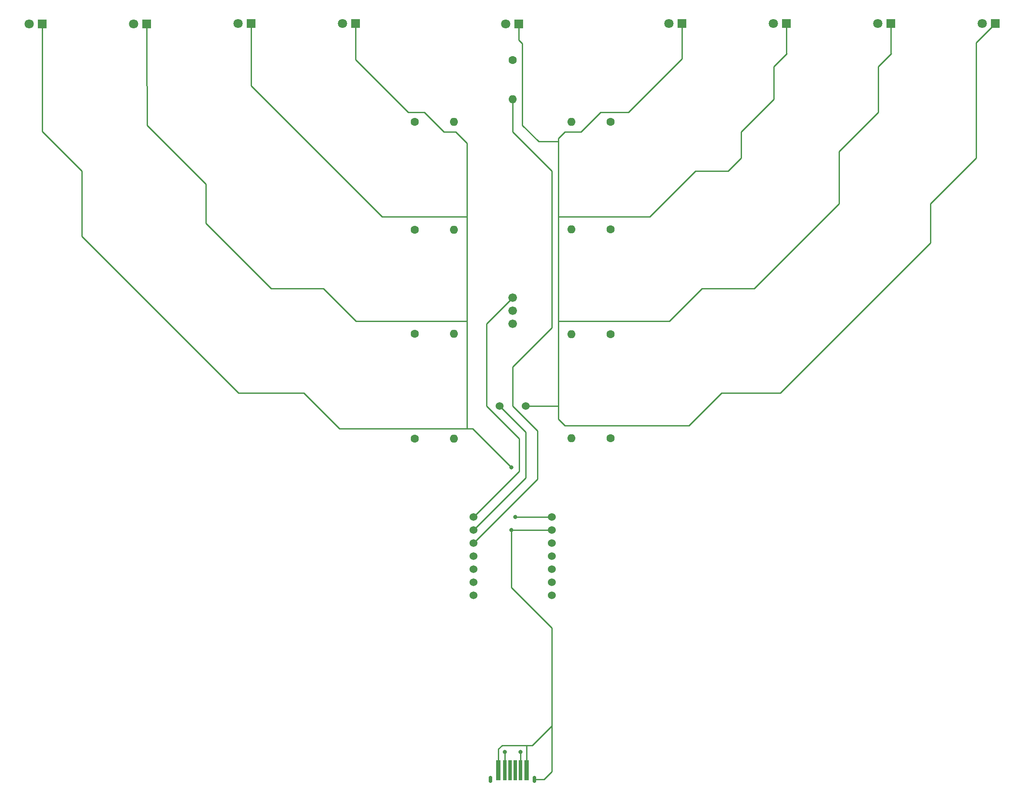
<source format=gbr>
%TF.GenerationSoftware,KiCad,Pcbnew,(6.0.7)*%
%TF.CreationDate,2022-09-16T16:34:08-04:00*%
%TF.ProjectId,CircuitPythonukiah,43697263-7569-4745-9079-74686f6e756b,rev?*%
%TF.SameCoordinates,Original*%
%TF.FileFunction,Copper,L2,Bot*%
%TF.FilePolarity,Positive*%
%FSLAX46Y46*%
G04 Gerber Fmt 4.6, Leading zero omitted, Abs format (unit mm)*
G04 Created by KiCad (PCBNEW (6.0.7)) date 2022-09-16 16:34:08*
%MOMM*%
%LPD*%
G01*
G04 APERTURE LIST*
%TA.AperFunction,ComponentPad*%
%ADD10R,1.800000X1.800000*%
%TD*%
%TA.AperFunction,ComponentPad*%
%ADD11C,1.800000*%
%TD*%
%TA.AperFunction,ComponentPad*%
%ADD12C,1.600000*%
%TD*%
%TA.AperFunction,ComponentPad*%
%ADD13O,1.600000X1.600000*%
%TD*%
%TA.AperFunction,ComponentPad*%
%ADD14C,1.524000*%
%TD*%
%TA.AperFunction,ComponentPad*%
%ADD15C,1.676400*%
%TD*%
%TA.AperFunction,SMDPad,CuDef*%
%ADD16R,0.700000X4.010000*%
%TD*%
%TA.AperFunction,SMDPad,CuDef*%
%ADD17R,0.800000X4.010000*%
%TD*%
%TA.AperFunction,SMDPad,CuDef*%
%ADD18R,0.900000X4.010000*%
%TD*%
%TA.AperFunction,ComponentPad*%
%ADD19O,0.700000X1.400000*%
%TD*%
%TA.AperFunction,ViaPad*%
%ADD20C,0.800000*%
%TD*%
%TA.AperFunction,Conductor*%
%ADD21C,0.250000*%
%TD*%
G04 APERTURE END LIST*
D10*
%TO.P,D8,1,K*%
%TO.N,GND*%
X222144258Y-42439258D03*
D11*
%TO.P,D8,2,A*%
%TO.N,Net-(D8-Pad2)*%
X219604258Y-42439258D03*
%TD*%
D12*
%TO.P,R4,1*%
%TO.N,Net-(D4-Pad2)*%
X109220000Y-61595000D03*
D13*
%TO.P,R4,2*%
%TO.N,LED4*%
X116840000Y-61595000D03*
%TD*%
D12*
%TO.P,R9,1*%
%TO.N,Net-(D9-Pad2)*%
X128270000Y-49530000D03*
D13*
%TO.P,R9,2*%
%TO.N,SHAMASH*%
X128270000Y-57150000D03*
%TD*%
D10*
%TO.P,D9,1,K*%
%TO.N,GND*%
X129439258Y-42479258D03*
D11*
%TO.P,D9,2,A*%
%TO.N,Net-(D9-Pad2)*%
X126899258Y-42479258D03*
%TD*%
D12*
%TO.P,R3,1*%
%TO.N,Net-(D3-Pad2)*%
X109220000Y-82550000D03*
D13*
%TO.P,R3,2*%
%TO.N,LED3*%
X116840000Y-82550000D03*
%TD*%
D12*
%TO.P,R7,1*%
%TO.N,Net-(D7-Pad2)*%
X147320000Y-102870000D03*
D13*
%TO.P,R7,2*%
%TO.N,LED7*%
X139700000Y-102870000D03*
%TD*%
D12*
%TO.P,R6,1*%
%TO.N,Net-(D6-Pad2)*%
X147320000Y-82444258D03*
D13*
%TO.P,R6,2*%
%TO.N,LED6*%
X139700000Y-82444258D03*
%TD*%
D10*
%TO.P,D7,1,K*%
%TO.N,GND*%
X201824258Y-42439258D03*
D11*
%TO.P,D7,2,A*%
%TO.N,Net-(D7-Pad2)*%
X199284258Y-42439258D03*
%TD*%
D10*
%TO.P,D4,1,K*%
%TO.N,GND*%
X97684258Y-42439258D03*
D11*
%TO.P,D4,2,A*%
%TO.N,Net-(D4-Pad2)*%
X95144258Y-42439258D03*
%TD*%
D12*
%TO.P,R5,1*%
%TO.N,Net-(D5-Pad2)*%
X147320000Y-61595000D03*
D13*
%TO.P,R5,2*%
%TO.N,LED5*%
X139700000Y-61595000D03*
%TD*%
D10*
%TO.P,D3,1,K*%
%TO.N,GND*%
X77364258Y-42439258D03*
D11*
%TO.P,D3,2,A*%
%TO.N,Net-(D3-Pad2)*%
X74824258Y-42439258D03*
%TD*%
D12*
%TO.P,R8,1*%
%TO.N,Net-(D8-Pad2)*%
X147320000Y-123084258D03*
D13*
%TO.P,R8,2*%
%TO.N,LED8*%
X139700000Y-123084258D03*
%TD*%
D12*
%TO.P,R1,1*%
%TO.N,Net-(D1-Pad2)*%
X109220000Y-123190000D03*
D13*
%TO.P,R1,2*%
%TO.N,LED1*%
X116840000Y-123190000D03*
%TD*%
D10*
%TO.P,D5,1,K*%
%TO.N,GND*%
X161184258Y-42439258D03*
D11*
%TO.P,D5,2,A*%
%TO.N,Net-(D5-Pad2)*%
X158644258Y-42439258D03*
%TD*%
D10*
%TO.P,D6,1,K*%
%TO.N,GND*%
X181504258Y-42439258D03*
D11*
%TO.P,D6,2,A*%
%TO.N,Net-(D6-Pad2)*%
X178964258Y-42439258D03*
%TD*%
D14*
%TO.P,U1,1,5V*%
%TO.N,5V*%
X135890000Y-138430000D03*
%TO.P,U1,2,GND*%
%TO.N,GND*%
X135890000Y-140970000D03*
%TO.P,U1,3,3V*%
%TO.N,3V*%
X135890000Y-143510000D03*
%TO.P,U1,4,MO*%
%TO.N,LED8*%
X135890000Y-146050000D03*
%TO.P,U1,5,MI*%
%TO.N,LED7*%
X135890000Y-148590000D03*
%TO.P,U1,6,SCK*%
%TO.N,LED6*%
X135890000Y-151130000D03*
%TO.P,U1,7,RX*%
%TO.N,LED5*%
X135890000Y-153670000D03*
%TO.P,U1,8,A0*%
%TO.N,MUTE_BTN*%
X120650000Y-138430000D03*
%TO.P,U1,9,A1*%
%TO.N,SPKR*%
X120650000Y-140970000D03*
%TO.P,U1,10,A2*%
%TO.N,SHAMASH*%
X120650000Y-143510000D03*
%TO.P,U1,11,A3*%
%TO.N,LED1*%
X120650000Y-146050000D03*
%TO.P,U1,12,SDA*%
%TO.N,LED2*%
X120650000Y-148590000D03*
%TO.P,U1,13,SCL*%
%TO.N,LED3*%
X120650000Y-151130000D03*
%TO.P,U1,14,TX*%
%TO.N,LED4*%
X120650000Y-153670000D03*
%TD*%
D15*
%TO.P,SW1,1,A*%
%TO.N,MUTE_BTN*%
X128270000Y-95758000D03*
%TO.P,SW1,2,B*%
%TO.N,GND*%
X128270000Y-98298000D03*
%TO.P,SW1,3,C*%
%TO.N,unconnected-(SW1-Pad3)*%
X128270000Y-100838000D03*
%TD*%
D12*
%TO.P,R2,1*%
%TO.N,Net-(D2-Pad2)*%
X109220000Y-102764258D03*
D13*
%TO.P,R2,2*%
%TO.N,LED2*%
X116840000Y-102764258D03*
%TD*%
D10*
%TO.P,D2,1,K*%
%TO.N,GND*%
X57049258Y-42479258D03*
D11*
%TO.P,D2,2,A*%
%TO.N,Net-(D2-Pad2)*%
X54509258Y-42479258D03*
%TD*%
D14*
%TO.P,LS1,1,1*%
%TO.N,SPKR*%
X125730000Y-116840000D03*
%TO.P,LS1,2,2*%
%TO.N,GND*%
X130810000Y-116840000D03*
%TD*%
D10*
%TO.P,D1,1,K*%
%TO.N,GND*%
X36724258Y-42479258D03*
D11*
%TO.P,D1,2,A*%
%TO.N,Net-(D1-Pad2)*%
X34184258Y-42479258D03*
%TD*%
D16*
%TO.P,J1,A5,CC1*%
%TO.N,unconnected-(J1-PadA5)*%
X127770000Y-187679000D03*
D17*
%TO.P,J1,A9,VBUS*%
%TO.N,5V*%
X129790000Y-187679000D03*
D18*
%TO.P,J1,A12,GND*%
%TO.N,GND*%
X131020000Y-187679000D03*
D16*
%TO.P,J1,B5,CC2*%
%TO.N,unconnected-(J1-PadB5)*%
X128770000Y-187679000D03*
D17*
%TO.P,J1,B9,VBUS*%
%TO.N,5V*%
X126750000Y-187679000D03*
D18*
%TO.P,J1,B12,GND*%
%TO.N,GND*%
X125520000Y-187679000D03*
D19*
%TO.P,J1,S1,SHIELD*%
X132540000Y-189484000D03*
%TO.P,J1,S2,SHIELD*%
X124000000Y-189484000D03*
%TD*%
D20*
%TO.N,GND*%
X128016000Y-140970000D03*
X128016000Y-128778000D03*
%TO.N,5V*%
X129794000Y-184150000D03*
X126746000Y-184150000D03*
X128778000Y-138430000D03*
%TD*%
D21*
%TO.N,MUTE_BTN*%
X123190000Y-100838000D02*
X128270000Y-95758000D01*
X123190000Y-116840000D02*
X123190000Y-100838000D01*
X129540000Y-123190000D02*
X123190000Y-116840000D01*
X129540000Y-123190000D02*
X129540000Y-129540000D01*
X129540000Y-129540000D02*
X120650000Y-138430000D01*
%TO.N,GND*%
X131020000Y-187679000D02*
X131020000Y-182924000D01*
X57049258Y-54509258D02*
X57150000Y-54610000D01*
X163830000Y-71120000D02*
X170180000Y-71120000D01*
X139065000Y-100330000D02*
X137160000Y-100330000D01*
X179070000Y-50800000D02*
X181610000Y-48260000D01*
X120523000Y-121285000D02*
X128016000Y-128778000D01*
X57049258Y-42479258D02*
X57049258Y-54509258D01*
X131064000Y-182880000D02*
X126238000Y-182880000D01*
X135890000Y-179070000D02*
X135890000Y-160020000D01*
X158750000Y-100330000D02*
X165100000Y-93980000D01*
X135890000Y-187960000D02*
X134366000Y-189484000D01*
X137160000Y-65405000D02*
X137160000Y-64770000D01*
X131020000Y-182924000D02*
X131064000Y-182880000D01*
X129439258Y-45619258D02*
X129439258Y-42479258D01*
X175260000Y-93980000D02*
X191770000Y-77470000D01*
X77364258Y-42439258D02*
X77364258Y-54504258D01*
X97684258Y-49424258D02*
X97684258Y-42439258D01*
X137160000Y-116840000D02*
X137160000Y-119380000D01*
X81280000Y-93980000D02*
X91440000Y-93980000D01*
X36724258Y-42479258D02*
X36724258Y-63394258D01*
X130175000Y-46355000D02*
X129439258Y-45619258D01*
X130810000Y-116840000D02*
X137160000Y-116840000D01*
X91440000Y-93980000D02*
X97790000Y-100330000D01*
X201930000Y-48260000D02*
X201824258Y-48154258D01*
X102870000Y-80010000D02*
X119380000Y-80010000D01*
X137160000Y-64770000D02*
X138430000Y-63500000D01*
X209550000Y-77470000D02*
X218440000Y-68580000D01*
X119380000Y-100965000D02*
X119380000Y-100330000D01*
X74930000Y-114300000D02*
X87630000Y-114300000D01*
X36724258Y-63394258D02*
X44450000Y-71120000D01*
X162560000Y-120650000D02*
X168910000Y-114300000D01*
X199390000Y-59690000D02*
X199390000Y-50800000D01*
X180340000Y-114300000D02*
X209550000Y-85090000D01*
X119380000Y-121285000D02*
X120523000Y-121285000D01*
X191770000Y-67310000D02*
X199390000Y-59690000D01*
X117157500Y-63500000D02*
X114935000Y-63500000D01*
X57150000Y-62230000D02*
X68580000Y-73660000D01*
X135890000Y-187960000D02*
X135890000Y-179070000D01*
X128016000Y-152146000D02*
X135890000Y-160020000D01*
X145415000Y-59690000D02*
X150815991Y-59690000D01*
X179070000Y-57150000D02*
X179070000Y-50800000D01*
X172720000Y-68580000D02*
X172720000Y-63500000D01*
X68580000Y-73660000D02*
X68580000Y-81280000D01*
X44450000Y-83820000D02*
X74930000Y-114300000D01*
X135890000Y-179070000D02*
X132080000Y-182880000D01*
X119380000Y-100330000D02*
X97790000Y-100330000D01*
X128016000Y-140970000D02*
X128016000Y-152146000D01*
X111125000Y-59690000D02*
X107950000Y-59690000D01*
X137160000Y-65405000D02*
X133350000Y-65405000D01*
X119380000Y-100330000D02*
X119380000Y-82550000D01*
X138430000Y-120650000D02*
X162560000Y-120650000D01*
X201824258Y-48154258D02*
X201824258Y-42439258D01*
X181504258Y-48154258D02*
X181504258Y-42439258D01*
X138430000Y-63500000D02*
X141605000Y-63500000D01*
X165100000Y-93980000D02*
X175260000Y-93980000D01*
X154940000Y-80010000D02*
X163830000Y-71120000D01*
X94615000Y-121285000D02*
X119380000Y-121285000D01*
X168910000Y-114300000D02*
X180340000Y-114300000D01*
X134366000Y-189484000D02*
X132540000Y-189484000D01*
X77364258Y-54504258D02*
X102870000Y-80010000D01*
X170180000Y-71120000D02*
X172720000Y-68580000D01*
X68580000Y-81280000D02*
X81280000Y-93980000D01*
X119380000Y-80010000D02*
X119380000Y-65722500D01*
X119380000Y-65722500D02*
X117157500Y-63500000D01*
X137160000Y-102870000D02*
X137160000Y-82550000D01*
X191770000Y-77470000D02*
X191770000Y-67310000D01*
X57150000Y-54610000D02*
X57150000Y-62230000D01*
X139065000Y-100330000D02*
X158750000Y-100330000D01*
X135890000Y-140970000D02*
X128016000Y-140970000D01*
X137160000Y-119380000D02*
X138430000Y-120650000D01*
X218440000Y-46143516D02*
X222144258Y-42439258D01*
X199390000Y-50800000D02*
X201930000Y-48260000D01*
X137160000Y-116840000D02*
X137160000Y-102870000D01*
X161184258Y-49321733D02*
X161184258Y-42439258D01*
X119380000Y-80645000D02*
X119380000Y-80010000D01*
X150815991Y-59690000D02*
X161184258Y-49321733D01*
X130175000Y-62230000D02*
X130175000Y-46355000D01*
X141605000Y-63500000D02*
X145415000Y-59690000D01*
X119380000Y-116840000D02*
X119380000Y-120650000D01*
X87630000Y-114300000D02*
X94615000Y-121285000D01*
X209550000Y-85090000D02*
X209550000Y-77470000D01*
X172720000Y-63500000D02*
X179070000Y-57150000D01*
X126238000Y-182880000D02*
X125520000Y-183598000D01*
X119380000Y-116840000D02*
X119380000Y-100965000D01*
X119380000Y-82550000D02*
X119380000Y-80645000D01*
X44450000Y-71120000D02*
X44450000Y-83820000D01*
X107950000Y-59690000D02*
X97684258Y-49424258D01*
X139700000Y-80010000D02*
X137160000Y-80010000D01*
X181610000Y-48260000D02*
X181504258Y-48154258D01*
X132080000Y-182880000D02*
X131064000Y-182880000D01*
X137160000Y-82550000D02*
X137160000Y-65405000D01*
X114935000Y-63500000D02*
X111125000Y-59690000D01*
X218440000Y-68580000D02*
X218440000Y-46143516D01*
X119380000Y-120650000D02*
X119380000Y-121285000D01*
X133350000Y-65405000D02*
X130175000Y-62230000D01*
X139700000Y-80010000D02*
X154940000Y-80010000D01*
X125520000Y-183598000D02*
X125520000Y-187679000D01*
%TO.N,5V*%
X126746000Y-184150000D02*
X126750000Y-184154000D01*
X126750000Y-184154000D02*
X126750000Y-187679000D01*
X128778000Y-138430000D02*
X135890000Y-138430000D01*
X129794000Y-184150000D02*
X129790000Y-184154000D01*
X129790000Y-184154000D02*
X129790000Y-187679000D01*
%TO.N,SHAMASH*%
X133096000Y-121666000D02*
X128270000Y-116840000D01*
X135890000Y-101600000D02*
X135890000Y-71120000D01*
X135890000Y-71120000D02*
X128270000Y-63500000D01*
X128270000Y-116840000D02*
X128270000Y-109220000D01*
X133096000Y-121666000D02*
X133096000Y-131064000D01*
X128270000Y-109220000D02*
X135890000Y-101600000D01*
X133096000Y-131064000D02*
X120650000Y-143510000D01*
X128270000Y-63500000D02*
X128270000Y-57150000D01*
%TO.N,SPKR*%
X130810000Y-121920000D02*
X130810000Y-130810000D01*
X130810000Y-130810000D02*
X120650000Y-140970000D01*
X130810000Y-121920000D02*
X125730000Y-116840000D01*
%TD*%
M02*

</source>
